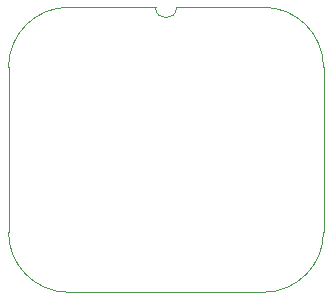
<source format=gm1>
%TF.GenerationSoftware,KiCad,Pcbnew,8.0.3*%
%TF.CreationDate,2024-06-12T09:31:00+02:00*%
%TF.ProjectId,W65C816 Latch,57363543-3831-4362-904c-617463682e6b,V1*%
%TF.SameCoordinates,PX54c81a0PY37b6b20*%
%TF.FileFunction,Profile,NP*%
%FSLAX46Y46*%
G04 Gerber Fmt 4.6, Leading zero omitted, Abs format (unit mm)*
G04 Created by KiCad (PCBNEW 8.0.3) date 2024-06-12 09:31:00*
%MOMM*%
%LPD*%
G01*
G04 APERTURE LIST*
%TA.AperFunction,Profile*%
%ADD10C,0.100000*%
%TD*%
G04 APERTURE END LIST*
D10*
%TO.C,J2*%
X-1905000Y635000D02*
X-1905000Y-13335000D01*
X10541000Y5715000D02*
X3175000Y5715000D01*
X19685000Y5715000D02*
X12319000Y5715000D01*
X19685000Y-18415000D02*
X3175000Y-18415000D01*
X24765000Y-13335000D02*
X24765000Y635000D01*
X-1905000Y635000D02*
G75*
G02*
X3175000Y5715000I5080002J-2D01*
G01*
X3175000Y-18415000D02*
G75*
G02*
X-1905000Y-13335000I0J5080000D01*
G01*
X12319000Y5715000D02*
G75*
G02*
X10541000Y5715000I-889000J0D01*
G01*
X19685000Y5715000D02*
G75*
G02*
X24765000Y635000I0J-5080000D01*
G01*
X24765000Y-13335000D02*
G75*
G02*
X19685000Y-18415000I-5080000J0D01*
G01*
%TD*%
M02*

</source>
